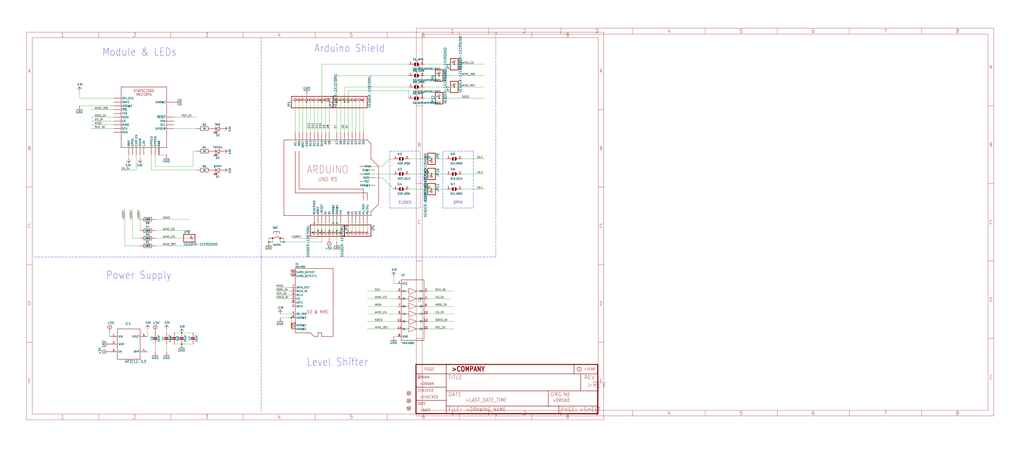
<source format=kicad_sch>
(kicad_sch (version 20211123) (generator eeschema)
  (paper "User" 687.07 301.701)
  (lib_symbols
    (symbol "eagleSchem-eagle-import:+5V" (power)
      (property "Value" "+5V" (at -1.905 3.175 0))
      (symbol "+5V_1_0"
        (pin power_in line (at 0 -2.54 90) (length 2.54) (name "+5V") (number "1"))
      )
    )
    (symbol "eagleSchem-eagle-import:3.3V" (power)
      (property "Value" "3.3V" (at -1.524 1.016 0))
      (symbol "3.3V_1_0"
        (pin power_in line (at 0 -2.54 90) (length 2.54) (name "3.3V") (number "1"))
      )
    )
    (symbol "eagleSchem-eagle-import:74HC4050D"
      (property "Reference" "U" (at -7.62 22.86 0))
      (property "Value" "74HC4050D" (at -7.62 -22.86 0))
      (symbol "74HC4050D_1_0"
        (pin bidirectional line (at -10.16 17.78 0) (length 2.54) (name "VCC") (number "1"))
        (pin bidirectional line (at 10.16 -2.54 180) (length 2.54) (name "4Y") (number "10"))
        (pin bidirectional line (at -10.16 -7.62 0) (length 2.54) (name "5A") (number "11"))
        (pin bidirectional line (at 10.16 -7.62 180) (length 2.54) (name "5Y") (number "12"))
        (pin bidirectional line (at -10.16 -12.7 0) (length 2.54) (name "6A") (number "14"))
        (pin bidirectional line (at 10.16 -12.7 180) (length 2.54) (name "6Y") (number "15"))
        (pin bidirectional line (at 10.16 12.7 180) (length 2.54) (name "1Y") (number "2"))
        (pin bidirectional line (at -10.16 12.7 0) (length 2.54) (name "1A") (number "3"))
        (pin bidirectional line (at 10.16 7.62 180) (length 2.54) (name "2Y") (number "4"))
        (pin bidirectional line (at -10.16 7.62 0) (length 2.54) (name "2A") (number "5"))
        (pin bidirectional line (at 10.16 2.54 180) (length 2.54) (name "3Y") (number "6"))
        (pin bidirectional line (at -10.16 2.54 0) (length 2.54) (name "3A") (number "7"))
        (pin bidirectional line (at -10.16 -17.78 0) (length 2.54) (name "GND") (number "8"))
        (pin bidirectional line (at -10.16 -2.54 0) (length 2.54) (name "4A") (number "9"))
      )
    )
    (symbol "eagleSchem-eagle-import:ARDUINO_R3_ICSP_NODIM"
      (symbol "ARDUINO_R3_ICSP_NODIM_1_0"
        (text "ARDUINO" (at 15.24 27.94 0) (effects (font (size 5.08 4.318)) (justify left bottom)))
        (text "UNO R3" (at 22.86 22.86 0) (effects (font (size 2.54 2.159)) (justify left bottom)))
        (pin power_in line (at 27.94 -5.08 90) (length 5.08) (name "3V") (number "3V"))
        (pin power_in line (at 30.48 -5.08 90) (length 5.08) (name "5V") (number "5V"))
        (pin passive line (at 60.96 30.48 180) (length 2.54) (name "5V@1") (number "5V_ICSP"))
        (pin bidirectional line (at 43.18 -5.08 90) (length 5.08) (name "A0") (number "A0"))
        (pin bidirectional line (at 45.72 -5.08 90) (length 5.08) (name "A1") (number "A1"))
        (pin bidirectional line (at 48.26 -5.08 90) (length 5.08) (name "A2") (number "A2"))
        (pin bidirectional line (at 50.8 -5.08 90) (length 5.08) (name "A3") (number "A3"))
        (pin bidirectional line (at 53.34 -5.08 90) (length 5.08) (name "A4/SDA") (number "A4"))
        (pin bidirectional line (at 55.88 -5.08 90) (length 5.08) (name "A5/SCL") (number "A5"))
        (pin bidirectional line (at 12.7 55.88 270) (length 5.08) (name "AREF") (number "AREF"))
        (pin bidirectional line (at 53.34 55.88 270) (length 5.08) (name "D0") (number "D0"))
        (pin bidirectional line (at 50.8 55.88 270) (length 5.08) (name "D1") (number "D1"))
        (pin bidirectional line (at 25.4 55.88 270) (length 5.08) (name "D10") (number "D10"))
        (pin bidirectional line (at 22.86 55.88 270) (length 5.08) (name "D11") (number "D11"))
        (pin bidirectional line (at 20.32 55.88 270) (length 5.08) (name "D12") (number "D12"))
        (pin bidirectional line (at 17.78 55.88 270) (length 5.08) (name "D13") (number "D13"))
        (pin bidirectional line (at 48.26 55.88 270) (length 5.08) (name "D2") (number "D2"))
        (pin bidirectional line (at 45.72 55.88 270) (length 5.08) (name "D3") (number "D3"))
        (pin bidirectional line (at 43.18 55.88 270) (length 5.08) (name "D4") (number "D4"))
        (pin bidirectional line (at 40.64 55.88 270) (length 5.08) (name "D5") (number "D5"))
        (pin bidirectional line (at 38.1 55.88 270) (length 5.08) (name "D6") (number "D6"))
        (pin bidirectional line (at 35.56 55.88 270) (length 5.08) (name "D7") (number "D7"))
        (pin bidirectional line (at 30.48 55.88 270) (length 5.08) (name "D8") (number "D8"))
        (pin bidirectional line (at 27.94 55.88 270) (length 5.08) (name "D9") (number "D9"))
        (pin power_in line (at 15.24 55.88 270) (length 5.08) (name "GND") (number "GND"))
        (pin power_in line (at 33.02 -5.08 90) (length 5.08) (name "GND@2") (number "GND@1"))
        (pin passive line (at 60.96 20.32 180) (length 2.54) (name "GND@3") (number "GND@2"))
        (pin power_in line (at 35.56 -5.08 90) (length 5.08) (name "GND@1") (number "GND@3"))
        (pin output line (at 22.86 -5.08 90) (length 5.08) (name "IOREF") (number "IOREF"))
        (pin passive line (at 50.8 33.02 0) (length 2.54) (name "MISO") (number "MISO"))
        (pin passive line (at 60.96 25.4 180) (length 2.54) (name "MOSI") (number "MOSI"))
        (pin no_connect line (at 20.32 -5.08 90) (length 5.08) (name "RESERVED") (number "RESERVED"))
        (pin bidirectional line (at 25.4 -5.08 90) (length 5.08) (name "/RESET") (number "RESET"))
        (pin passive line (at 50.8 22.86 0) (length 2.54) (name "RST") (number "RESET_ICSP"))
        (pin passive line (at 50.8 27.94 0) (length 2.54) (name "SCK") (number "SCK"))
        (pin bidirectional line (at 7.62 55.88 270) (length 5.08) (name "SCL") (number "SCL"))
        (pin bidirectional line (at 10.16 55.88 270) (length 5.08) (name "SDA") (number "SDA"))
        (pin power_in line (at 38.1 -5.08 90) (length 5.08) (name "VIN") (number "VIN"))
      )
    )
    (symbol "eagleSchem-eagle-import:ATWINC1500_MR210PA"
      (symbol "ATWINC1500_MR210PA_1_0"
        (text "ATWINC1500" (at 0 17.78 0) (effects (font (size 1.778 1.5113))))
        (text "MR210PA" (at 0 15.24 0) (effects (font (size 1.778 1.5113))))
        (pin bidirectional line (at 20.32 -7.62 180) (length 5.08) (name "GPIO18") (number "J1"))
        (pin input line (at -20.32 12.7 0) (length 5.08) (name "SPI_CFG") (number "J10"))
        (pin input line (at -20.32 10.16 0) (length 5.08) (name "WAKE") (number "J11"))
        (pin power_in line (at -20.32 7.62 0) (length 5.08) (name "GND@2") (number "J12"))
        (pin output line (at -20.32 5.08 0) (length 5.08) (name "~{IRQ}") (number "J13"))
        (pin output line (at -20.32 2.54 0) (length 5.08) (name "TXD") (number "J14"))
        (pin input line (at -20.32 0 0) (length 5.08) (name "MOSI") (number "J15"))
        (pin input line (at -20.32 -2.54 0) (length 5.08) (name "CS") (number "J16"))
        (pin output line (at -20.32 -5.08 0) (length 5.08) (name "MISO") (number "J17"))
        (pin input line (at -20.32 -7.62 0) (length 5.08) (name "SCK") (number "J18"))
        (pin input line (at -20.32 -10.16 0) (length 5.08) (name "RXD") (number "J19"))
        (pin bidirectional line (at 20.32 -5.08 180) (length 5.08) (name "SCL") (number "J2"))
        (pin power_in line (at -10.16 -25.4 90) (length 5.08) (name "VBAT") (number "J20"))
        (pin bidirectional line (at -7.62 -25.4 90) (length 5.08) (name "GPIO1") (number "J21"))
        (pin input line (at -5.08 -25.4 90) (length 5.08) (name "CHIP_EN") (number "J22"))
        (pin power_in line (at -2.54 -25.4 90) (length 5.08) (name "VDDIO") (number "J23"))
        (pin passive line (at 0 -25.4 90) (length 5.08) (name "1.3V") (number "J24"))
        (pin bidirectional line (at 5.08 -25.4 90) (length 5.08) (name "GPIO15") (number "J26"))
        (pin bidirectional line (at 7.62 -25.4 90) (length 5.08) (name "GPIO16") (number "J27"))
        (pin power_in line (at 10.16 -25.4 90) (length 5.08) (name "GND") (number "J28"))
        (pin bidirectional line (at 20.32 -2.54 180) (length 5.08) (name "SDA") (number "J3"))
        (pin input line (at 20.32 0 180) (length 5.08) (name "~{RESET}") (number "J4"))
        (pin bidirectional line (at 20.32 10.16 180) (length 5.08) (name "GND@1") (number "J9"))
        (pin power_in line (at 10.16 -25.4 90) (length 5.08) (name "GND") (number "MTGND"))
      )
    )
    (symbol "eagleSchem-eagle-import:CAP_CERAMIC0805-NOOUTLINE"
      (property "Reference" "C" (at -2.29 1.25 90))
      (property "Value" "CAP_CERAMIC0805-NOOUTLINE" (at 2.3 1.25 90))
      (symbol "CAP_CERAMIC0805-NOOUTLINE_1_0"
        (pin passive line (at 0 5.08 270) (length 2.54) (name "1") (number "1"))
        (pin passive line (at 0 -2.54 90) (length 2.54) (name "2") (number "2"))
      )
    )
    (symbol "eagleSchem-eagle-import:FIDUCIAL_1MM")
    (symbol "eagleSchem-eagle-import:FRAME_A3"
      (symbol "FRAME_A3_0_0"
        (text "1" (at 24.2094 1.905 0) (effects (font (size 2.54 2.286))))
        (text "1" (at 24.2094 258.445 0) (effects (font (size 2.54 2.286))))
        (text "2" (at 72.6281 1.905 0) (effects (font (size 2.54 2.286))))
        (text "2" (at 72.6281 258.445 0) (effects (font (size 2.54 2.286))))
        (text "3" (at 121.0469 1.905 0) (effects (font (size 2.54 2.286))))
        (text "3" (at 121.0469 258.445 0) (effects (font (size 2.54 2.286))))
        (text "4" (at 169.4656 1.905 0) (effects (font (size 2.54 2.286))))
        (text "4" (at 169.4656 258.445 0) (effects (font (size 2.54 2.286))))
        (text "5" (at 217.8844 1.905 0) (effects (font (size 2.54 2.286))))
        (text "5" (at 217.8844 258.445 0) (effects (font (size 2.54 2.286))))
        (text "6" (at 266.3031 1.905 0) (effects (font (size 2.54 2.286))))
        (text "6" (at 266.3031 258.445 0) (effects (font (size 2.54 2.286))))
        (text "7" (at 314.7219 1.905 0) (effects (font (size 2.54 2.286))))
        (text "7" (at 314.7219 258.445 0) (effects (font (size 2.54 2.286))))
        (text "8" (at 363.1406 1.905 0) (effects (font (size 2.54 2.286))))
        (text "8" (at 363.1406 258.445 0) (effects (font (size 2.54 2.286))))
        (text "A" (at 1.905 234.315 0) (effects (font (size 2.54 2.286))))
        (text "A" (at 385.445 234.315 0) (effects (font (size 2.54 2.286))))
        (text "B" (at 1.905 182.245 0) (effects (font (size 2.54 2.286))))
        (text "B" (at 385.445 182.245 0) (effects (font (size 2.54 2.286))))
        (text "C" (at 1.905 130.175 0) (effects (font (size 2.54 2.286))))
        (text "C" (at 385.445 130.175 0) (effects (font (size 2.54 2.286))))
        (text "D" (at 1.905 78.105 0) (effects (font (size 2.54 2.286))))
        (text "D" (at 385.445 78.105 0) (effects (font (size 2.54 2.286))))
        (text "E" (at 1.905 26.035 0) (effects (font (size 2.54 2.286))))
        (text "E" (at 385.445 26.035 0) (effects (font (size 2.54 2.286))))
      )
      (symbol "FRAME_A3_2_0"
        (text "PART OR WHOLE IS STRICTLY PROHIBITED WITHOUT WRITTEN PERMISSION!" (at 3.81 -5.08 0) (effects (font (size 1.27 1.0795)) (justify left bottom)))
        (text "PROPRIETARY" (at 3.81 -10.16 0) (effects (font (size 2.54 2.159) (thickness 0.4318) bold) (justify left bottom)))
        (text "THIS DRAWING CONTAINS CONFIDENTIAL INFORMATION. ANY REPRODUCTION IN" (at 3.81 -2.794 0) (effects (font (size 1.27 1.0795)) (justify left bottom)))
      )
      (symbol "FRAME_A3_3_0"
        (text ">CHECKED" (at 2.2352 11.7348 0) (effects (font (size 1.778 1.5113)) (justify left bottom)))
        (text ">COMPANY" (at 23.349 29.6735 0) (effects (font (size 3.175 2.6987) (thickness 0.5397) bold) (justify left bottom)))
        (text ">DATE" (at 2.2352 2.8448 0) (effects (font (size 1.778 1.5113)) (justify left bottom)))
        (text ">DRAWING_NAME" (at 33.0327 2.8448 0) (effects (font (size 2.54 2.159)) (justify left bottom)))
        (text ">DRAWN" (at 2.2352 20.6248 0) (effects (font (size 1.778 1.5113)) (justify left bottom)))
        (text ">DRGNO" (at 91.1352 9.1948 0) (effects (font (size 2.1844 1.8567)) (justify left bottom)))
        (text ">LAST_DATE_TIME" (at 32.7152 9.1948 0) (effects (font (size 2.54 2.159)) (justify left bottom)))
        (text ">REV" (at 113.9952 18.7198 0) (effects (font (size 3.81 3.2385)) (justify left bottom)))
        (text ">SHEET" (at 108.9152 2.8448 0) (effects (font (size 2.54 2.54)) (justify left bottom)))
        (text ">YEAR" (at 112.4077 30.4673 0) (effects (font (size 1.778 1.5113)) (justify left bottom)))
        (text "C" (at 108.7564 30.7848 0) (effects (font (size 1.27 1.0795)) (justify left bottom)))
        (text "CHECKED" (at 0.9652 16.1798 0) (effects (font (size 1.778 1.5113)) (justify left bottom)))
        (text "DATE" (at 0.9652 7.2898 0) (effects (font (size 1.778 1.5113)) (justify left bottom)))
        (text "DATE" (at 21.2852 13.0048 0) (effects (font (size 2.54 2.54)) (justify left bottom)))
        (text "DRAWN" (at 0.9652 25.0698 0) (effects (font (size 1.778 1.5113)) (justify left bottom)))
        (text "DRG" (at 89.8652 13.0048 0) (effects (font (size 2.54 2.54)) (justify left bottom)))
        (text "FILE:" (at 21.2852 2.8448 0) (effects (font (size 2.54 2.54)) (justify left bottom)))
        (text "ISSUE" (at 5.0927 30.4673 0) (effects (font (size 1.9304 1.6408)) (justify left bottom)))
        (text "N" (at 98.4377 13.0048 0) (effects (font (size 2.54 2.54)) (justify left bottom)))
        (text "o" (at 100.9777 13.9573 0) (effects (font (size 2.1844 1.8567)) (justify left bottom)))
        (text "PAGE:" (at 96.8502 2.8448 0) (effects (font (size 2.54 2.54)) (justify left bottom)))
        (text "REV" (at 112.4077 24.4348 0) (effects (font (size 2.54 2.54)) (justify left bottom)))
        (text "TITLE" (at 21.2852 24.4348 0) (effects (font (size 2.54 2.54)) (justify left bottom)))
      )
    )
    (symbol "eagleSchem-eagle-import:GND" (power)
      (property "Value" "GND" (at -2.54 -2.54 0))
      (symbol "GND_1_0"
        (pin power_in line (at 0 2.54 270) (length 2.54) (name "GND") (number "1"))
      )
    )
    (symbol "eagleSchem-eagle-import:HEADER-1X1070MIL"
      (property "Reference" "JP" (at -6.35 13.335 0))
      (property "Value" "HEADER-1X1070MIL" (at -6.35 -17.78 0))
      (symbol "HEADER-1X1070MIL_1_0"
        (pin passive inverted (at -2.54 10.16 0) (length 2.54) (name "1") (number "1"))
        (pin passive inverted (at -2.54 -12.7 0) (length 2.54) (name "10") (number "10"))
        (pin passive inverted (at -2.54 7.62 0) (length 2.54) (name "2") (number "2"))
        (pin passive inverted (at -2.54 5.08 0) (length 2.54) (name "3") (number "3"))
        (pin passive inverted (at -2.54 2.54 0) (length 2.54) (name "4") (number "4"))
        (pin passive inverted (at -2.54 0 0) (length 2.54) (name "5") (number "5"))
        (pin passive inverted (at -2.54 -2.54 0) (length 2.54) (name "6") (number "6"))
        (pin passive inverted (at -2.54 -5.08 0) (length 2.54) (name "7") (number "7"))
        (pin passive inverted (at -2.54 -7.62 0) (length 2.54) (name "8") (number "8"))
        (pin passive inverted (at -2.54 -10.16 0) (length 2.54) (name "9") (number "9"))
      )
    )
    (symbol "eagleSchem-eagle-import:HEADER-1X1ROUND"
      (property "Reference" "JP" (at -6.35 3.175 0))
      (property "Value" "HEADER-1X1ROUND" (at -6.35 -5.08 0))
      (symbol "HEADER-1X1ROUND_1_0"
        (pin passive inverted (at -2.54 0 0) (length 2.54) (name "1") (number "1"))
      )
    )
    (symbol "eagleSchem-eagle-import:HEADER-1X670MIL"
      (property "Reference" "JP" (at -6.35 10.795 0))
      (property "Value" "HEADER-1X670MIL" (at -6.35 -10.16 0))
      (symbol "HEADER-1X670MIL_1_0"
        (pin passive inverted (at -2.54 7.62 0) (length 2.54) (name "1") (number "1"))
        (pin passive inverted (at -2.54 5.08 0) (length 2.54) (name "2") (number "2"))
        (pin passive inverted (at -2.54 2.54 0) (length 2.54) (name "3") (number "3"))
        (pin passive inverted (at -2.54 0 0) (length 2.54) (name "4") (number "4"))
        (pin passive inverted (at -2.54 -2.54 0) (length 2.54) (name "5") (number "5"))
        (pin passive inverted (at -2.54 -5.08 0) (length 2.54) (name "6") (number "6"))
      )
    )
    (symbol "eagleSchem-eagle-import:HEADER-1X870MIL"
      (property "Reference" "JP" (at -6.35 13.335 0))
      (property "Value" "HEADER-1X870MIL" (at -6.35 -12.7 0))
      (symbol "HEADER-1X870MIL_1_0"
        (pin passive inverted (at -2.54 10.16 0) (length 2.54) (name "1") (number "1"))
        (pin passive inverted (at -2.54 7.62 0) (length 2.54) (name "2") (number "2"))
        (pin passive inverted (at -2.54 5.08 0) (length 2.54) (name "3") (number "3"))
        (pin passive inverted (at -2.54 2.54 0) (length 2.54) (name "4") (number "4"))
        (pin passive inverted (at -2.54 0 0) (length 2.54) (name "5") (number "5"))
        (pin passive inverted (at -2.54 -2.54 0) (length 2.54) (name "6") (number "6"))
        (pin passive inverted (at -2.54 -5.08 0) (length 2.54) (name "7") (number "7"))
        (pin passive inverted (at -2.54 -7.62 0) (length 2.54) (name "8") (number "8"))
      )
    )
    (symbol "eagleSchem-eagle-import:LED0805_NOOUTLINE"
      (property "Reference" "D" (at -1.27 4.445 0))
      (property "Value" "LED0805_NOOUTLINE" (at -1.27 -2.794 0))
      (symbol "LED0805_NOOUTLINE_1_0"
        (pin passive line (at -5.08 0 0) (length 2.54) (name "A") (number "A"))
        (pin passive line (at 2.54 0 180) (length 2.54) (name "C") (number "C"))
      )
    )
    (symbol "eagleSchem-eagle-import:LP298XS"
      (property "Reference" "IC" (at -12.7 -5.08 90))
      (property "Value" "LP298XS" (at 12.7 -5.08 90))
      (symbol "LP298XS_1_0"
        (pin bidirectional line (at -5.08 -15.24 90) (length 5.08) (name "VIN") (number "1"))
        (pin bidirectional line (at 0 -15.24 90) (length 5.08) (name "GND") (number "2"))
        (pin bidirectional line (at 5.08 -15.24 90) (length 5.08) (name "EN") (number "3"))
        (pin bidirectional line (at 5.08 10.16 270) (length 5.08) (name "BYP") (number "4"))
        (pin bidirectional line (at -5.08 10.16 270) (length 5.08) (name "VOUT") (number "5"))
      )
    )
    (symbol "eagleSchem-eagle-import:MICROSD"
      (property "Reference" "X" (at -12.7 22.606 0))
      (property "Value" "MICROSD" (at -12.7 20.828 0))
      (symbol "MICROSD_1_0"
        (text "SD & MMC" (at -5.08 -10.16 0) (effects (font (size 2.1844 1.8567)) (justify left bottom)))
        (pin bidirectional line (at -15.24 -5.08 0) (length 2.54) (name "DAT2") (number "1"))
        (pin input line (at -15.24 0 0) (length 2.54) (name "CS") (number "2"))
        (pin input line (at -15.24 5.08 0) (length 2.54) (name "DATA_IN") (number "3"))
        (pin power_in line (at -15.24 -10.16 0) (length 2.54) (name "SD_VDD") (number "4"))
        (pin input line (at -15.24 2.54 0) (length 2.54) (name "SCLK") (number "5"))
        (pin power_in line (at -15.24 -12.7 0) (length 2.54) (name "GND@3") (number "6"))
        (pin output line (at -15.24 7.62 0) (length 2.54) (name "DATA_OUT") (number "7"))
        (pin bidirectional line (at -15.24 -2.54 0) (length 2.54) (name "DAT1") (number "8"))
        (pin passive line (at -15.24 17.78 0) (length 2.54) (name "CARD_DETECT") (number "CD1"))
        (pin passive line (at -15.24 15.24 0) (length 2.54) (name "CARD_DETECT1") (number "CD2"))
        (pin power_in line (at -15.24 -20.32 0) (length 2.54) (name "GND@2") (number "MT1"))
        (pin power_in line (at -15.24 -17.78 0) (length 2.54) (name "GND@1") (number "MT2"))
      )
    )
    (symbol "eagleSchem-eagle-import:RESISTOR0805_NOOUTLINE"
      (property "Reference" "R" (at 0 2.54 0))
      (property "Value" "RESISTOR0805_NOOUTLINE" (at 0 0 0))
      (symbol "RESISTOR0805_NOOUTLINE_1_0"
        (pin passive line (at -5.08 0 0) (length 2.54) (name "1") (number "1"))
        (pin passive line (at 5.08 0 180) (length 2.54) (name "2") (number "2"))
      )
    )
    (symbol "eagleSchem-eagle-import:SOLDERJUMPERCLOSED"
      (property "Reference" "SJ" (at -2.54 2.54 0))
      (property "Value" "SOLDERJUMPERCLOSED" (at -2.54 -3.81 0))
      (symbol "SOLDERJUMPERCLOSED_1_0"
        (pin passive line (at -5.08 0 0) (length 2.54) (name "1") (number "1"))
        (pin passive line (at 5.08 0 180) (length 2.54) (name "2") (number "2"))
      )
    )
    (symbol "eagleSchem-eagle-import:SOLDERJUMPERREFLOW_NOPASTE"
      (property "Reference" "SJ" (at -2.54 2.54 0))
      (property "Value" "SOLDERJUMPERREFLOW_NOPASTE" (at -2.54 -3.81 0))
      (symbol "SOLDERJUMPERREFLOW_NOPASTE_1_0"
        (pin passive line (at -5.08 0 0) (length 2.54) (name "1") (number "1"))
        (pin passive line (at 5.08 0 180) (length 2.54) (name "2") (number "2"))
      )
    )
    (symbol "eagleSchem-eagle-import:SWITCH_TACT_SMT_EVQQ2_SMALL"
      (property "Reference" "SW" (at -2.54 6.35 0))
      (property "Value" "SWITCH_TACT_SMT_EVQQ2_SMALL" (at -2.54 -5.08 0))
      (symbol "SWITCH_TACT_SMT_EVQQ2_SMALL_1_0"
        (pin passive line (at -5.08 0 0) (length 2.54) (name "P") (number "A"))
        (pin passive line (at -5.08 -2.54 0) (length 2.54) (name "P1") (number "A'"))
        (pin passive line (at 5.08 0 180) (length 2.54) (name "S") (number "B"))
        (pin passive line (at 5.08 -2.54 180) (length 2.54) (name "S1") (number "B'"))
      )
    )
  )
  (junction (at 226.06 154.94))
  (junction (at 180.34 162.56))
  (junction (at 195.58 218.44))
  (junction (at 121.92 223.52))
  (junction (at 231.14 68.58))
  (junction (at 220.98 154.94))
  (junction (at 304.8 43.18))
  (junction (at 294.64 66.04))
  (junction (at 304.8 58.42))
  (junction (at 195.58 213.36))
  (junction (at 233.68 68.58))
  (junction (at 289.56 127))
  (junction (at 215.9 68.58))
  (junction (at 215.9 154.94))
  (junction (at 289.56 106.68))
  (junction (at 226.06 149.86))
  (junction (at 223.52 149.86))
  (junction (at 213.36 154.94))
  (junction (at 289.56 116.84))
  (junction (at 190.5 162.56))
  (junction (at 205.74 68.58))
  (junction (at 294.64 50.8))
  (junction (at 121.92 231.14))
  (junction (at 226.06 68.58))
  (wire (pts (xy 185.42 195.58) (xy 195.58 195.58)))
  (wire (pts (xy 287.02 200.66) (xy 302.26 200.66)))
  (wire (pts (xy 187.96 213.36) (xy 195.58 213.36)))
  (wire (pts (xy 91.44 104.14) (xy 91.44 114.3)))
  (polyline (pts (xy 281.94 101.6) (xy 281.94 139.7)))
  (wire (pts (xy 274.32 116.84) (xy 289.56 116.84)))
  (wire (pts (xy 93.98 165.1) (xy 83.82 165.1)))
  (polyline (pts (xy 297.18 101.6) (xy 297.18 139.7)))
  (polyline (pts (xy 297.18 139.7) (xy 317.5 139.7)))
  (wire (pts (xy 121.92 231.14) (xy 116.84 231.14)))
  (wire (pts (xy 304.8 58.42) (xy 284.48 58.42)))
  (polyline (pts (xy 332.74 172.72) (xy 332.74 25.4)))
  (polyline (pts (xy 317.5 101.6) (xy 297.18 101.6)))
  (wire (pts (xy 93.98 160.02) (xy 88.9 160.02)))
  (wire (pts (xy 241.3 116.84) (xy 264.16 116.84)))
  (wire (pts (xy 274.32 127) (xy 289.56 127)))
  (wire (pts (xy 274.32 106.68) (xy 289.56 106.68)))
  (wire (pts (xy 274.32 43.18) (xy 215.9 43.18)))
  (wire (pts (xy 53.34 60.96) (xy 53.34 66.04)))
  (wire (pts (xy 304.8 210.82) (xy 287.02 210.82)))
  (wire (pts (xy 203.2 68.58) (xy 203.2 88.9)))
  (wire (pts (xy 274.32 50.8) (xy 226.06 50.8)))
  (wire (pts (xy 236.22 68.58) (xy 236.22 88.9)))
  (wire (pts (xy 195.58 193.04) (xy 185.42 193.04)))
  (wire (pts (xy 226.06 50.8) (xy 226.06 68.58)))
  (polyline (pts (xy 261.62 139.7) (xy 261.62 101.6)))
  (wire (pts (xy 233.68 88.9) (xy 233.68 68.58)))
  (wire (pts (xy 238.76 154.94) (xy 238.76 149.86)))
  (wire (pts (xy 223.52 154.94) (xy 223.52 149.86)))
  (wire (pts (xy 223.52 149.86) (xy 226.06 149.86)))
  (wire (pts (xy 190.5 162.56) (xy 190.5 160.02)))
  (wire (pts (xy 86.36 106.68) (xy 86.36 104.14)))
  (wire (pts (xy 213.36 154.94) (xy 213.36 149.86)))
  (wire (pts (xy 274.32 60.96) (xy 274.32 66.04)))
  (wire (pts (xy 304.8 43.18) (xy 284.48 43.18)))
  (wire (pts (xy 289.56 116.84) (xy 299.72 116.84)))
  (wire (pts (xy 93.98 142.24) (xy 93.98 154.94)))
  (wire (pts (xy 88.9 160.02) (xy 88.9 139.7)))
  (wire (pts (xy 226.06 154.94) (xy 226.06 149.86)))
  (wire (pts (xy 294.64 66.04) (xy 325.12 66.04)))
  (wire (pts (xy 304.8 43.18) (xy 325.12 43.18)))
  (wire (pts (xy 294.64 50.8) (xy 325.12 50.8)))
  (polyline (pts (xy 281.94 139.7) (xy 261.62 139.7)))
  (wire (pts (xy 266.7 200.66) (xy 246.38 200.66)))
  (wire (pts (xy 215.9 162.56) (xy 215.9 154.94)))
  (wire (pts (xy 93.98 104.14) (xy 93.98 106.68)))
  (polyline (pts (xy 175.26 172.72) (xy 332.74 172.72)))
  (wire (pts (xy 236.22 154.94) (xy 236.22 149.86)))
  (wire (pts (xy 309.88 106.68) (xy 325.12 106.68)))
  (wire (pts (xy 304.8 205.74) (xy 287.02 205.74)))
  (wire (pts (xy 309.88 116.84) (xy 325.12 116.84)))
  (wire (pts (xy 220.98 160.02) (xy 220.98 154.94)))
  (wire (pts (xy 289.56 127) (xy 299.72 127)))
  (polyline (pts (xy 261.62 101.6) (xy 281.94 101.6)))
  (polyline (pts (xy 317.5 139.7) (xy 317.5 101.6)))
  (wire (pts (xy 238.76 68.58) (xy 238.76 88.9)))
  (wire (pts (xy 243.84 68.58) (xy 243.84 88.9)))
  (wire (pts (xy 233.68 68.58) (xy 233.68 60.96)))
  (wire (pts (xy 76.2 66.04) (xy 53.34 66.04)))
  (wire (pts (xy 256.54 119.38) (xy 264.16 127)))
  (wire (pts (xy 213.36 88.9) (xy 213.36 68.58)))
  (wire (pts (xy 91.44 114.3) (xy 81.28 114.3)))
  (wire (pts (xy 208.28 88.9) (xy 208.28 68.58)))
  (wire (pts (xy 60.96 78.74) (xy 76.2 78.74)))
  (wire (pts (xy 256.54 111.76) (xy 261.62 106.68)))
  (wire (pts (xy 190.5 162.56) (xy 215.9 162.56)))
  (wire (pts (xy 127 160.02) (xy 104.14 160.02)))
  (wire (pts (xy 287.02 220.98) (xy 304.8 220.98)))
  (wire (pts (xy 251.46 119.38) (xy 256.54 119.38)))
  (wire (pts (xy 228.6 68.58) (xy 228.6 88.9)))
  (wire (pts (xy 215.9 68.58) (xy 215.9 43.18)))
  (wire (pts (xy 60.96 86.36) (xy 76.2 86.36)))
  (wire (pts (xy 266.7 215.9) (xy 246.38 215.9)))
  (wire (pts (xy 309.88 127) (xy 325.12 127)))
  (wire (pts (xy 210.82 154.94) (xy 210.82 149.86)))
  (wire (pts (xy 213.36 160.02) (xy 195.58 160.02)))
  (wire (pts (xy 132.08 101.6) (xy 129.54 101.6)))
  (wire (pts (xy 261.62 106.68) (xy 264.16 106.68)))
  (wire (pts (xy 60.96 73.66) (xy 76.2 73.66)))
  (wire (pts (xy 304.8 58.42) (xy 325.12 58.42)))
  (wire (pts (xy 266.7 210.82) (xy 246.38 210.82)))
  (wire (pts (xy 127 165.1) (xy 104.14 165.1)))
  (wire (pts (xy 180.34 160.02) (xy 180.34 162.56)))
  (wire (pts (xy 53.34 71.12) (xy 76.2 71.12)))
  (polyline (pts (xy 175.26 172.72) (xy 175.26 25.4)))
  (wire (pts (xy 104.14 147.32) (xy 127 147.32)))
  (wire (pts (xy 284.48 66.04) (xy 294.64 66.04)))
  (wire (pts (xy 195.58 220.98) (xy 195.58 218.44)))
  (wire (pts (xy 73.66 223.52) (xy 73.66 226.06)))
  (wire (pts (xy 266.7 220.98) (xy 246.38 220.98)))
  (wire (pts (xy 228.6 154.94) (xy 228.6 149.86)))
  (wire (pts (xy 241.3 154.94) (xy 241.3 149.86)))
  (wire (pts (xy 104.14 111.76) (xy 129.54 111.76)))
  (wire (pts (xy 111.76 220.98) (xy 111.76 223.52)))
  (wire (pts (xy 220.98 88.9) (xy 220.98 68.58)))
  (wire (pts (xy 104.14 231.14) (xy 104.14 236.22)))
  (wire (pts (xy 243.84 154.94) (xy 243.84 149.86)))
  (polyline (pts (xy 22.86 172.72) (xy 175.26 172.72)))
  (wire (pts (xy 99.06 220.98) (xy 99.06 226.06)))
  (wire (pts (xy 101.6 104.14) (xy 101.6 114.3)))
  (wire (pts (xy 215.9 154.94) (xy 215.9 149.86)))
  (wire (pts (xy 132.08 78.74) (xy 116.84 78.74)))
  (wire (pts (xy 205.74 63.5) (xy 205.74 68.58)))
  (wire (pts (xy 266.7 190.5) (xy 264.16 190.5)))
  (wire (pts (xy 226.06 162.56) (xy 226.06 154.94)))
  (wire (pts (xy 231.14 58.42) (xy 231.14 68.58)))
  (wire (pts (xy 226.06 88.9) (xy 226.06 68.58)))
  (wire (pts (xy 233.68 60.96) (xy 274.32 60.96)))
  (wire (pts (xy 106.68 104.14) (xy 111.76 104.14)))
  (wire (pts (xy 76.2 81.28) (xy 60.96 81.28)))
  (wire (pts (xy 185.42 200.66) (xy 195.58 200.66)))
  (wire (pts (xy 215.9 68.58) (xy 215.9 88.9)))
  (wire (pts (xy 111.76 231.14) (xy 111.76 236.22)))
  (wire (pts (xy 187.96 210.82) (xy 195.58 210.82)))
  (wire (pts (xy 129.54 223.52) (xy 121.92 223.52)))
  (wire (pts (xy 195.58 218.44) (xy 195.58 213.36)))
  (wire (pts (xy 274.32 58.42) (xy 231.14 58.42)))
  (wire (pts (xy 218.44 68.58) (xy 218.44 88.9)))
  (wire (pts (xy 287.02 215.9) (xy 304.8 215.9)))
  (wire (pts (xy 195.58 198.12) (xy 185.42 198.12)))
  (wire (pts (xy 83.82 165.1) (xy 83.82 139.7)))
  (wire (pts (xy 246.38 205.74) (xy 266.7 205.74)))
  (wire (pts (xy 76.2 83.82) (xy 60.96 83.82)))
  (wire (pts (xy 220.98 154.94) (xy 220.98 149.86)))
  (wire (pts (xy 116.84 86.36) (xy 132.08 86.36)))
  (wire (pts (xy 266.7 226.06) (xy 264.16 226.06)))
  (wire (pts (xy 233.68 154.94) (xy 233.68 149.86)))
  (wire (pts (xy 104.14 104.14) (xy 104.14 111.76)))
  (wire (pts (xy 101.6 114.3) (xy 132.08 114.3)))
  (wire (pts (xy 246.38 154.94) (xy 246.38 149.86)))
  (wire (pts (xy 241.3 68.58) (xy 241.3 88.9)))
  (wire (pts (xy 241.3 111.76) (xy 256.54 111.76)))
  (polyline (pts (xy 175.26 276.86) (xy 175.26 172.72)))
  (wire (pts (xy 198.12 68.58) (xy 198.12 88.9)))
  (wire (pts (xy 218.44 154.94) (xy 218.44 149.86)))
  (wire (pts (xy 121.92 223.52) (xy 116.84 223.52)))
  (wire (pts (xy 104.14 154.94) (xy 127 154.94)))
  (wire (pts (xy 287.02 195.58) (xy 304.8 195.58)))
  (wire (pts (xy 294.64 50.8) (xy 284.48 50.8)))
  (wire (pts (xy 289.56 106.68) (xy 299.72 106.68)))
  (wire (pts (xy 129.54 111.76) (xy 129.54 101.6)))
  (wire (pts (xy 129.54 231.14) (xy 121.92 231.14)))
  (wire (pts (xy 205.74 68.58) (xy 205.74 88.9)))
  (wire (pts (xy 231.14 68.58) (xy 231.14 88.9)))
  (wire (pts (xy 200.66 68.58) (xy 200.66 88.9)))
  (wire (pts (xy 266.7 195.58) (xy 246.38 195.58)))
  (wire (pts (xy 213.36 154.94) (xy 213.36 160.02)))
  (wire (pts (xy 210.82 68.58) (xy 210.82 88.9)))
  (wire (pts (xy 264.16 190.5) (xy 264.16 185.42)))
  (text "Level Shifter" (at 205.74 246.38 180) (effects (font (size 5.08 4.318)) (justify left bottom)))
  (text "OPEN" (at 307.34 137.16 180) (effects (font (size 1.778 1.5113)) (justify bottom)))
  (text "Arduino Shield" (at 210.82 35.56 180) (effects (font (size 5.08 4.318)) (justify left bottom)))
  (text "CLOSED" (at 271.78 137.16 180) (effects (font (size 1.778 1.5113)) (justify bottom)))
  (text "Power Supply" (at 71.12 187.96 180) (effects (font (size 5.08 4.318)) (justify left bottom)))
  (text "Module & LEDs" (at 68.58 38.1 180) (effects (font (size 5.08 4.318)) (justify left bottom)))
  (label "SCK_3V" (at 185.42 198.12 0) (effects (font (size 1.2446 1.2446))))
  (label "D13" (at 320.04 116.84 0) (effects (font (size 1.2446 1.2446))))
  (label "MISO" (at 63.5 83.82 0) (effects (font (size 1.2446 1.2446))))
  (label "D13" (at 208.28 86.36 90) (effects (font (size 1.2446 1.2446))))
  (label "D11" (at 213.36 86.36 90) (effects (font (size 1.2446 1.2446))))
  (label "SDCS_3V" (at 292.1 215.9 0) (effects (font (size 1.2446 1.2446))))
  (label "MISO" (at 185.42 193.04 0) (effects (font (size 1.2446 1.2446))))
  (label "EN_3V" (at 292.1 210.82 0) (effects (font (size 1.2446 1.2446))))
  (label "RST_3V" (at 121.92 78.74 0) (effects (font (size 1.2446 1.2446))))
  (label "MOSI" (at 284.48 127 0) (effects (font (size 1.2446 1.2446))))
  (label "SCK_3V" (at 292.1 195.58 0) (effects (font (size 1.2446 1.2446))))
  (label "WINC_IRQ" (at 309.88 50.8 0) (effects (font (size 1.2446 1.2446))))
  (label "CS_3V" (at 292.1 200.66 0) (effects (font (size 1.2446 1.2446))))
  (label "VIOREF" (at 195.58 160.02 0) (effects (font (size 1.2446 1.2446))))
  (label "WINC_CS" (at 309.88 43.18 0) (effects (font (size 1.2446 1.2446))))
  (label "SCK" (at 284.48 116.84 0) (effects (font (size 1.2446 1.2446))))
  (label "D5" (at 231.14 86.36 90) (effects (font (size 1.2446 1.2446))))
  (label "D12" (at 210.82 86.36 90) (effects (font (size 1.2446 1.2446))))
  (label "WINC_EN" (at 251.46 210.82 0) (effects (font (size 1.2446 1.2446))))
  (label "SCK_3V" (at 63.5 86.36 0) (effects (font (size 1.2446 1.2446))))
  (label "SDCS" (at 109.22 147.32 0) (effects (font (size 1.2446 1.2446))))
  (label "D10" (at 215.9 86.36 90) (effects (font (size 1.2446 1.2446))))
  (label "EN_3V" (at 81.28 114.3 0) (effects (font (size 1.2446 1.2446))))
  (label "WINC_IRQ" (at 63.5 73.66 0) (effects (font (size 1.2446 1.2446))))
  (label "D8" (at 220.98 86.36 90) (effects (font (size 1.2446 1.2446))))
  (label "RST_3V" (at 292.1 220.98 0) (effects (font (size 1.2446 1.2446))))
  (label "VIOREF" (at 88.9 147.32 90) (effects (font (size 1.2446 1.2446))))
  (label "SDCS_3V" (at 185.42 200.66 0) (effects (font (size 1.2446 1.2446))))
  (label "MOSI_3V" (at 292.1 205.74 0) (effects (font (size 1.2446 1.2446))))
  (label "MOSI" (at 251.46 205.74 0) (effects (font (size 1.2446 1.2446))))
  (label "CS_3V" (at 63.5 81.28 0) (effects (font (size 1.2446 1.2446))))
  (label "D9" (at 218.44 86.36 90) (effects (font (size 1.2446 1.2446))))
  (label "D11" (at 320.04 127 0) (effects (font (size 1.2446 1.2446))))
  (label "WINC_CS" (at 109.22 154.94 0) (effects (font (size 1.2446 1.2446))))
  (label "WINC_EN" (at 109.22 160.02 0) (effects (font (size 1.2446 1.2446))))
  (label "VIOREF" (at 93.98 147.32 90) (effects (font (size 1.2446 1.2446))))
  (label "WINC_RST" (at 109.22 165.1 0) (effects (font (size 1.2446 1.2446))))
  (label "SCK" (at 251.46 195.58 0) (effects (font (size 1.2446 1.2446))))
  (label "D4" (at 233.68 86.36 90) (effects (font (size 1.2446 1.2446))))
  (label "MISO" (at 284.48 106.68 0) (effects (font (size 1.2446 1.2446))))
  (label "SDCS" (at 309.88 66.04 0) (effects (font (size 1.2446 1.2446))))
  (label "SDCS" (at 251.46 215.9 0) (effects (font (size 1.2446 1.2446))))
  (label "WINC_CS" (at 251.46 200.66 0) (effects (font (size 1.2446 1.2446))))
  (label "MOSI_3V" (at 63.5 78.74 0) (effects (font (size 1.2446 1.2446))))
  (label "VIOREF" (at 83.82 147.32 90) (effects (font (size 1.2446 1.2446))))
  (label "D12" (at 320.04 106.68 0) (effects (font (size 1.2446 1.2446))))
  (label "WINC_RST" (at 309.88 58.42 0) (effects (font (size 1.2446 1.2446))))
  (label "D7" (at 226.06 86.36 90) (effects (font (size 1.2446 1.2446))))
  (label "WINC_RST" (at 251.46 220.98 0) (effects (font (size 1.2446 1.2446))))
  (label "MOSI_3V" (at 185.42 195.58 0) (effects (font (size 1.2446 1.2446))))
  (symbol (lib_id "eagleSchem-eagle-import:3.3V") (at 53.34 58.42 0) (unit 1)
    (property "Reference" "#U$4" (effects hide))
    (property "Value" "3.3V" (at 51.816 57.404 0) (effects (font (size 1.27 1.0795)) (justify left bottom)))
    (property "Footprint" "eagleSchem:" (effects hide))
  )
  (symbol (lib_id "eagleSchem-eagle-import:HEADER-1X1070MIL") (at 208.28 66.04 90) (unit 1)
    (property "Reference" "JP5" (at 194.945 72.39 0) (effects (font (size 1.778 1.5113)) (justify left bottom)))
    (property "Value" "HEADER-1X1070MIL" (at 226.06 72.39 0) (effects (font (size 1.778 1.5113)) (justify left bottom)))
    (property "Footprint" "eagleSchem:1X10_ROUND70" (effects hide))
  )
  (symbol (lib_id "eagleSchem-eagle-import:SOLDERJUMPERCLOSED") (at 279.4 43.18 0) (unit 1)
    (property "Reference" "CS_JMP0" (at 276.86 40.64 0) (effects (font (size 1.27 1.0795)) (justify left bottom)))
    (property "Value" "SOLDERJUMPERCLOSED" (at 276.86 46.99 0) (effects (font (size 1.27 1.0795)) (justify left bottom)))
    (property "Footprint" "eagleSchem:SOLDERJUMPER_CLOSEDWIRE" (effects hide))
  )
  (symbol (lib_id "eagleSchem-eagle-import:SOLDERJUMPERREFLOW_NOPASTE") (at 304.8 116.84 0) (unit 1)
    (property "Reference" "SJ6" (at 302.26 114.3 0) (effects (font (size 1.27 1.0795)) (justify left bottom)))
    (property "Value" "D13_SCLK" (at 302.26 120.65 0) (effects (font (size 1.27 1.0795)) (justify left bottom)))
    (property "Footprint" "eagleSchem:SOLDERJUMPER_REFLOW_NOPASTE" (effects hide))
  )
  (symbol (lib_id "eagleSchem-eagle-import:LP298XS") (at 88.9 231.14 270) (unit 1)
    (property "Reference" "IC4" (at 83.82 218.44 90) (effects (font (size 1.778 1.5113)) (justify left bottom)))
    (property "Value" "AP2112-3.3" (at 83.82 243.84 90) (effects (font (size 1.778 1.5113)) (justify left bottom)))
    (property "Footprint" "eagleSchem:SOT23-5L" (effects hide))
  )
  (symbol (lib_id "eagleSchem-eagle-import:HEADER-1X1ROUND") (at 294.64 63.5 90) (unit 1)
    (property "Reference" "JP12" (at 291.465 69.85 0) (effects (font (size 1.778 1.5113)) (justify left bottom)))
    (property "Value" "HEADER-1X1ROUND" (at 299.72 69.85 0) (effects (font (size 1.778 1.5113)) (justify left bottom)))
    (property "Footprint" "eagleSchem:1X01_ROUND" (effects hide))
  )
  (symbol (lib_id "eagleSchem-eagle-import:3.3V") (at 121.92 220.98 0) (unit 1)
    (property "Reference" "#U$17" (effects hide))
    (property "Value" "3.3V" (at 120.396 219.964 0) (effects (font (size 1.27 1.0795)) (justify left bottom)))
    (property "Footprint" "eagleSchem:" (effects hide))
  )
  (symbol (lib_id "eagleSchem-eagle-import:ATWINC1500_MR210PA") (at 96.52 78.74 0) (unit 1)
    (property "Reference" "U$1" (effects hide))
    (property "Value" "ATWINC1500_MR210PB" (effects hide))
    (property "Footprint" "eagleSchem:ATWINC1500_MR210PA" (effects hide))
  )
  (symbol (lib_id "eagleSchem-eagle-import:GND") (at 205.74 60.96 180) (unit 1)
    (property "Reference" "#U$20" (effects hide))
    (property "Value" "GND" (at 208.28 58.42 0) (effects (font (size 1.778 1.5113)) (justify left bottom)))
    (property "Footprint" "eagleSchem:" (effects hide))
  )
  (symbol (lib_id "eagleSchem-eagle-import:GND") (at 264.16 228.6 0) (unit 1)
    (property "Reference" "#GND5" (effects hide))
    (property "Value" "GND" (at 261.62 231.14 0) (effects (font (size 1.778 1.5113)) (justify left bottom)))
    (property "Footprint" "eagleSchem:" (effects hide))
  )
  (symbol (lib_id "eagleSchem-eagle-import:3.3V") (at 99.06 218.44 0) (unit 1)
    (property "Reference" "#U$15" (effects hide))
    (property "Value" "3.3V" (at 97.536 217.424 0) (effects (font (size 1.27 1.0795)) (justify left bottom)))
    (property "Footprint" "eagleSchem:" (effects hide))
  )
  (symbol (lib_id "eagleSchem-eagle-import:FIDUCIAL_1MM") (at 274.32 269.24 0) (unit 1)
    (property "Reference" "FID1" (effects hide))
    (property "Value" "FIDUCIAL_1MM" (effects hide))
    (property "Footprint" "eagleSchem:FIDUCIAL_1MM" (effects hide))
  )
  (symbol (lib_id "eagleSchem-eagle-import:GND") (at 71.12 231.14 270) (unit 1)
    (property "Reference" "#U$11" (effects hide))
    (property "Value" "GND" (at 68.58 228.6 0) (effects (font (size 1.778 1.5113)) (justify left bottom)))
    (property "Footprint" "eagleSchem:" (effects hide))
  )
  (symbol (lib_id "eagleSchem-eagle-import:+5V") (at 73.66 220.98 0) (unit 1)
    (property "Reference" "#SUPPLY2" (effects hide))
    (property "Value" "+5V" (at 71.755 217.805 0) (effects (font (size 1.778 1.5113)) (justify left bottom)))
    (property "Footprint" "eagleSchem:" (effects hide))
  )
  (symbol (lib_id "eagleSchem-eagle-import:HEADER-1X1ROUND") (at 289.56 129.54 270) (unit 1)
    (property "Reference" "JP11" (at 292.735 123.19 0) (effects (font (size 1.778 1.5113)) (justify left bottom)))
    (property "Value" "HEADER-1X1ROUND" (at 284.48 123.19 0) (effects (font (size 1.778 1.5113)) (justify left bottom)))
    (property "Footprint" "eagleSchem:1X01_ROUND" (effects hide))
  )
  (symbol (lib_id "eagleSchem-eagle-import:SOLDERJUMPERCLOSED") (at 269.24 116.84 0) (unit 1)
    (property "Reference" "SJ3" (at 266.7 114.3 0) (effects (font (size 1.27 1.0795)) (justify left bottom)))
    (property "Value" "ISCP_SCLK" (at 266.7 120.65 0) (effects (font (size 1.27 1.0795)) (justify left bottom)))
    (property "Footprint" "eagleSchem:SOLDERJUMPER_CLOSEDWIRE" (effects hide))
  )
  (symbol (lib_id "eagleSchem-eagle-import:HEADER-1X1ROUND") (at 304.8 55.88 90) (unit 1)
    (property "Reference" "JP7" (at 301.625 62.23 0) (effects (font (size 1.778 1.5113)) (justify left bottom)))
    (property "Value" "HEADER-1X1ROUND" (at 309.88 62.23 0) (effects (font (size 1.778 1.5113)) (justify left bottom)))
    (property "Footprint" "eagleSchem:1X01_ROUND" (effects hide))
  )
  (symbol (lib_id "eagleSchem-eagle-import:3.3V") (at 152.4 101.6 270) (unit 1)
    (property "Reference" "#U$8" (effects hide))
    (property "Value" "3.3V" (at 153.416 100.076 0) (effects (font (size 1.27 1.0795)) (justify left bottom)))
    (property "Footprint" "eagleSchem:" (effects hide))
  )
  (symbol (lib_id "eagleSchem-eagle-import:SOLDERJUMPERCLOSED") (at 279.4 66.04 0) (unit 1)
    (property "Reference" "SD_JMP0" (at 276.86 63.5 0) (effects (font (size 1.27 1.0795)) (justify left bottom)))
    (property "Value" "SOLDERJUMPERCLOSED" (at 276.86 69.85 0) (effects (font (size 1.27 1.0795)) (justify left bottom)))
    (property "Footprint" "eagleSchem:SOLDERJUMPER_CLOSEDWIRE" (effects hide))
  )
  (symbol (lib_id "eagleSchem-eagle-import:HEADER-1X870MIL") (at 236.22 66.04 90) (unit 1)
    (property "Reference" "JP2" (at 222.885 72.39 0) (effects (font (size 1.778 1.5113)) (justify left bottom)))
    (property "Value" "HEADER-1X870MIL" (at 248.92 72.39 0) (effects (font (size 1.778 1.5113)) (justify left bottom)))
    (property "Footprint" "eagleSchem:1X08_ROUND_70" (effects hide))
  )
  (symbol (lib_id "eagleSchem-eagle-import:GND") (at 187.96 215.9 0) (unit 1)
    (property "Reference" "#GND3" (effects hide))
    (property "Value" "GND" (at 185.42 218.44 0) (effects (font (size 1.778 1.5113)) (justify left bottom)))
    (property "Footprint" "eagleSchem:" (effects hide))
  )
  (symbol (lib_id "eagleSchem-eagle-import:CAP_CERAMIC0805-NOOUTLINE") (at 116.84 228.6 0) (unit 1)
    (property "Reference" "C5" (at 114.55 227.35 90))
    (property "Value" "1uF" (at 119.14 227.35 90))
    (property "Footprint" "eagleSchem:0805-NO" (effects hide))
  )
  (symbol (lib_id "eagleSchem-eagle-import:3.3V") (at 187.96 208.28 0) (unit 1)
    (property "Reference" "#U$3" (effects hide))
    (property "Value" "3.3V" (at 186.436 207.264 0) (effects (font (size 1.27 1.0795)) (justify left bottom)))
    (property "Footprint" "eagleSchem:" (effects hide))
  )
  (symbol (lib_id "eagleSchem-eagle-import:FIDUCIAL_1MM") (at 274.32 264.16 0) (unit 1)
    (property "Reference" "FID2" (effects hide))
    (property "Value" "FIDUCIAL_1MM" (effects hide))
    (property "Footprint" "eagleSchem:FIDUCIAL_1MM" (effects hide))
  )
  (symbol (lib_id "eagleSchem-eagle-import:HEADER-1X1ROUND") (at 304.8 40.64 90) (unit 1)
    (property "Reference" "JP1" (at 301.625 46.99 0) (effects (font (size 1.778 1.5113)) (justify left bottom)))
    (property "Value" "HEADER-1X1ROUND" (at 309.88 46.99 0) (effects (font (size 1.778 1.5113)) (justify left bottom)))
    (property "Footprint" "eagleSchem:1X01_ROUND" (effects hide))
  )
  (symbol (lib_id "eagleSchem-eagle-import:GND") (at 104.14 238.76 0) (unit 1)
    (property "Reference" "#U$19" (effects hide))
    (property "Value" "GND" (at 101.6 241.3 0) (effects (font (size 1.778 1.5113)) (justify left bottom)))
    (property "Footprint" "eagleSchem:" (effects hide))
  )
  (symbol (lib_id "eagleSchem-eagle-import:HEADER-1X1ROUND") (at 129.54 160.02 0) (unit 1)
    (property "Reference" "JP8" (at 123.19 156.845 0) (effects (font (size 1.778 1.5113)) (justify left bottom)))
    (property "Value" "HEADER-1X1ROUND" (at 123.19 165.1 0) (effects (font (size 1.778 1.5113)) (justify left bottom)))
    (property "Footprint" "eagleSchem:1X01_ROUND" (effects hide))
  )
  (symbol (lib_id "eagleSchem-eagle-import:SOLDERJUMPERCLOSED") (at 269.24 127 0) (unit 1)
    (property "Reference" "SJ4" (at 266.7 124.46 0) (effects (font (size 1.27 1.0795)) (justify left bottom)))
    (property "Value" "ICSP_MOSI" (at 266.7 130.81 0) (effects (font (size 1.27 1.0795)) (justify left bottom)))
    (property "Footprint" "eagleSchem:SOLDERJUMPER_CLOSEDWIRE" (effects hide))
  )
  (symbol (lib_id "eagleSchem-eagle-import:RESISTOR0805_NOOUTLINE") (at 99.06 154.94 0) (unit 1)
    (property "Reference" "R7" (at 99.06 152.4 0))
    (property "Value" "100K" (at 99.06 154.94 0) (effects (font (size 1.016 1.016) bold)))
    (property "Footprint" "eagleSchem:0805-NO" (effects hide))
  )
  (symbol (lib_id "eagleSchem-eagle-import:RESISTOR0805_NOOUTLINE") (at 99.06 165.1 0) (unit 1)
    (property "Reference" "R1" (at 99.06 162.56 0))
    (property "Value" "100K" (at 99.06 165.1 0) (effects (font (size 1.016 1.016) bold)))
    (property "Footprint" "eagleSchem:0805-NO" (effects hide))
  )
  (symbol (lib_id "eagleSchem-eagle-import:HEADER-1X870MIL") (at 218.44 157.48 270) (unit 1)
    (property "Reference" "JP3" (at 231.775 151.13 0) (effects (font (size 1.778 1.5113)) (justify left bottom)))
    (property "Value" "HEADER-1X870MIL" (at 205.74 151.13 0) (effects (font (size 1.778 1.5113)) (justify left bottom)))
    (property "Footprint" "eagleSchem:1X08_ROUND_70" (effects hide))
  )
  (symbol (lib_id "eagleSchem-eagle-import:RESISTOR0805_NOOUTLINE") (at 99.06 160.02 0) (unit 1)
    (property "Reference" "R3" (at 99.06 157.48 0))
    (property "Value" "100K" (at 99.06 160.02 0) (effects (font (size 1.016 1.016) bold)))
    (property "Footprint" "eagleSchem:0805-NO" (effects hide))
  )
  (symbol (lib_id "eagleSchem-eagle-import:SWITCH_TACT_SMT_EVQQ2_SMALL") (at 185.42 160.02 0) (unit 1)
    (property "Reference" "SW2" (at 182.88 153.67 0) (effects (font (size 1.27 1.0795)) (justify left bottom)))
    (property "Value" "Tactile" (at 182.88 165.1 0) (effects (font (size 1.27 1.0795)) (justify left bottom)))
    (property "Footprint" "eagleSchem:EVQ-Q2_SMALLER" (effects hide))
  )
  (symbol (lib_id "eagleSchem-eagle-import:LED0805_NOOUTLINE") (at 144.78 114.3 180) (unit 1)
    (property "Reference" "D1" (at 146.05 118.745 0))
    (property "Value" "green" (at 146.05 111.506 0))
    (property "Footprint" "eagleSchem:CHIPLED_0805_NOOUTLINE" (effects hide))
  )
  (symbol (lib_id "eagleSchem-eagle-import:3.3V") (at 264.16 182.88 0) (unit 1)
    (property "Reference" "#U$12" (effects hide))
    (property "Value" "3.3V" (at 262.636 181.864 0) (effects (font (size 1.27 1.0795)) (justify left bottom)))
    (property "Footprint" "eagleSchem:" (effects hide))
  )
  (symbol (lib_id "eagleSchem-eagle-import:CAP_CERAMIC0805-NOOUTLINE") (at 121.92 228.6 0) (unit 1)
    (property "Reference" "C4" (at 119.63 227.35 90))
    (property "Value" "10uF" (at 124.22 227.35 90))
    (property "Footprint" "eagleSchem:0805-NO" (effects hide))
  )
  (symbol (lib_id "eagleSchem-eagle-import:74HC4050D") (at 276.86 208.28 0) (unit 1)
    (property "Reference" "U2" (at 269.24 185.42 0) (effects (font (size 1.27 1.0795)) (justify left bottom)))
    (property "Value" "74HC4050" (at 269.24 231.14 0) (effects (font (size 1.27 1.0795)) (justify left bottom)))
    (property "Footprint" "eagleSchem:SOIC16" (effects hide))
  )
  (symbol (lib_id "eagleSchem-eagle-import:GND") (at 53.34 73.66 0) (unit 1)
    (property "Reference" "#GND2" (effects hide))
    (property "Value" "GND" (at 50.8 76.2 0) (effects (font (size 1.778 1.5113)) (justify left bottom)))
    (property "Footprint" "eagleSchem:" (effects hide))
  )
  (symbol (lib_id "eagleSchem-eagle-import:CAP_CERAMIC0805-NOOUTLINE") (at 111.76 228.6 0) (unit 1)
    (property "Reference" "C1" (at 109.47 227.35 90))
    (property "Value" "10uF" (at 114.06 227.35 90))
    (property "Footprint" "eagleSchem:0805-NO" (effects hide))
  )
  (symbol (lib_id "eagleSchem-eagle-import:SOLDERJUMPERCLOSED") (at 269.24 106.68 0) (unit 1)
    (property "Reference" "SJ2" (at 266.7 104.14 0) (effects (font (size 1.27 1.0795)) (justify left bottom)))
    (property "Value" "ICSP_MISO" (at 266.7 110.49 0) (effects (font (size 1.27 1.0795)) (justify left bottom)))
    (property "Footprint" "eagleSchem:SOLDERJUMPER_CLOSEDWIRE" (effects hide))
  )
  (symbol (lib_id "eagleSchem-eagle-import:RESISTOR0805_NOOUTLINE") (at 99.06 147.32 180) (unit 1)
    (property "Reference" "R8" (at 99.06 149.86 0))
    (property "Value" "100K" (at 99.06 147.32 0) (effects (font (size 1.016 1.016) bold)))
    (property "Footprint" "eagleSchem:0805-NO" (effects hide))
  )
  (symbol (lib_id "eagleSchem-eagle-import:RESISTOR0805_NOOUTLINE") (at 137.16 86.36 0) (unit 1)
    (property "Reference" "R2" (at 137.16 83.82 0))
    (property "Value" "1K" (at 137.16 86.36 0) (effects (font (size 1.016 1.016) bold)))
    (property "Footprint" "eagleSchem:0805-NO" (effects hide))
  )
  (symbol (lib_id "eagleSchem-eagle-import:GND") (at 119.38 68.58 90) (unit 1)
    (property "Reference" "#GND13" (effects hide))
    (property "Value" "GND" (at 121.92 71.12 0) (effects (font (size 1.778 1.5113)) (justify left bottom)))
    (property "Footprint" "eagleSchem:" (effects hide))
  )
  (symbol (lib_id "eagleSchem-eagle-import:3.3V") (at 93.98 109.22 180) (unit 1)
    (property "Reference" "#U$6" (effects hide))
    (property "Value" "3.3V" (at 95.504 110.236 0) (effects (font (size 1.27 1.0795)) (justify left bottom)))
    (property "Footprint" "eagleSchem:" (effects hide))
  )
  (symbol (lib_id "eagleSchem-eagle-import:SOLDERJUMPERCLOSED") (at 279.4 50.8 0) (unit 1)
    (property "Reference" "IRQ_JMP0" (at 276.86 48.26 0) (effects (font (size 1.27 1.0795)) (justify left bottom)))
    (property "Value" "SOLDERJUMPERCLOSED" (at 276.86 54.61 0) (effects (font (size 1.27 1.0795)) (justify left bottom)))
    (property "Footprint" "eagleSchem:SOLDERJUMPER_CLOSEDWIRE" (effects hide))
  )
  (symbol (lib_id "eagleSchem-eagle-import:HEADER-1X670MIL") (at 238.76 157.48 270) (unit 1)
    (property "Reference" "JP4" (at 249.555 151.13 0) (effects (font (size 1.778 1.5113)) (justify left bottom)))
    (property "Value" "HEADER-1X670MIL" (at 228.6 151.13 0) (effects (font (size 1.778 1.5113)) (justify left bottom)))
    (property "Footprint" "eagleSchem:1X06_ROUND_70" (effects hide))
  )
  (symbol (lib_id "eagleSchem-eagle-import:RESISTOR0805_NOOUTLINE") (at 137.16 101.6 0) (unit 1)
    (property "Reference" "R4" (at 137.16 99.06 0))
    (property "Value" "1K" (at 137.16 101.6 0) (effects (font (size 1.016 1.016) bold)))
    (property "Footprint" "eagleSchem:0805-NO" (effects hide))
  )
  (symbol (lib_id "eagleSchem-eagle-import:3.3V") (at 111.76 218.44 0) (unit 1)
    (property "Reference" "#U$16" (effects hide))
    (property "Value" "3.3V" (at 110.236 217.424 0) (effects (font (size 1.27 1.0795)) (justify left bottom)))
    (property "Footprint" "eagleSchem:" (effects hide))
  )
  (symbol (lib_id "eagleSchem-eagle-import:+5V") (at 104.14 220.98 0) (unit 1)
    (property "Reference" "#SUPPLY4" (effects hide))
    (property "Value" "+5V" (at 102.235 217.805 0) (effects (font (size 1.778 1.5113)) (justify left bottom)))
    (property "Footprint" "eagleSchem:" (effects hide))
  )
  (symbol (lib_id "eagleSchem-eagle-import:HEADER-1X1ROUND") (at 289.56 119.38 270) (unit 1)
    (property "Reference" "JP10" (at 292.735 113.03 0) (effects (font (size 1.778 1.5113)) (justify left bottom)))
    (property "Value" "HEADER-1X1ROUND" (at 284.48 113.03 0) (effects (font (size 1.778 1.5113)) (justify left bottom)))
    (property "Footprint" "eagleSchem:1X01_ROUND" (effects hide))
  )
  (symbol (lib_id "eagleSchem-eagle-import:HEADER-1X1ROUND") (at 294.64 48.26 90) (unit 1)
    (property "Reference" "JP6" (at 291.465 54.61 0) (effects (font (size 1.778 1.5113)) (justify left bottom)))
    (property "Value" "HEADER-1X1ROUND" (at 299.72 54.61 0) (effects (font (size 1.778 1.5113)) (justify left bottom)))
    (property "Footprint" "eagleSchem:1X01_ROUND" (effects hide))
  )
  (symbol (lib_id "eagleSchem-eagle-import:GND") (at 180.34 165.1 0) (unit 1)
    (property "Reference" "#U$42" (effects hide))
    (property "Value" "GND" (at 177.8 167.64 0) (effects (font (size 1.778 1.5113)) (justify left bottom)))
    (property "Footprint" "eagleSchem:" (effects hide))
  )
  (symbol (lib_id "eagleSchem-eagle-import:GND") (at 111.76 106.68 0) (unit 1)
    (property "Reference" "#GND1" (effects hide))
    (property "Value" "GND" (at 109.22 109.22 0) (effects (font (size 1.778 1.5113)) (justify left bottom)))
    (property "Footprint" "eagleSchem:" (effects hide))
  )
  (symbol (lib_id "eagleSchem-eagle-import:ARDUINO_R3_ICSP_NODIM") (at 190.5 144.78 0) (unit 1)
    (property "Reference" "M1" (effects hide))
    (property "Value" "ARDUINO_R3_ICSP_NODIM" (effects hide))
    (property "Footprint" "eagleSchem:ARDUINOR3_ICSP_NODIM" (effects hide))
  )
  (symbol (lib_id "eagleSchem-eagle-import:3.3V") (at 152.4 86.36 270) (unit 1)
    (property "Reference" "#U$7" (effects hide))
    (property "Value" "3.3V" (at 153.416 84.836 0) (effects (font (size 1.27 1.0795)) (justify left bottom)))
    (property "Footprint" "eagleSchem:" (effects hide))
  )
  (symbol (lib_id "eagleSchem-eagle-import:FIDUCIAL_1MM") (at 274.32 274.32 0) (unit 1)
    (property "Reference" "FID3" (effects hide))
    (property "Value" "FIDUCIAL_1MM" (effects hide))
    (property "Footprint" "eagleSchem:FIDUCIAL_1MM" (effects hide))
  )
  (symbol (lib_id "eagleSchem-eagle-import:FRAME_A3") (at 279.4 279.4 0) (unit 3)
    (property "Reference" "#FRAME1" (effects hide))
    (property "Value" "FRAME_A3" (effects hide))
    (property "Footprint" "eagleSchem:" (effects hide))
  )
  (symbol (lib_id "eagleSchem-eagle-import:LED0805_NOOUTLINE") (at 144.78 101.6 180) (unit 1)
    (property "Reference" "D2" (at 146.05 106.045 0))
    (property "Value" "Yellow" (at 146.05 98.806 0))
    (property "Footprint" "eagleSchem:CHIPLED_0805_NOOUTLINE" (effects hide))
  )
  (symbol (lib_id "eagleSchem-eagle-import:3.3V") (at 152.4 114.3 270) (unit 1)
    (property "Reference" "#U$10" (effects hide))
    (property "Value" "3.3V" (at 153.416 112.776 0) (effects (font (size 1.27 1.0795)) (justify left bottom)))
    (property "Footprint" "eagleSchem:" (effects hide))
  )
  (symbol (lib_id "eagleSchem-eagle-import:SOLDERJUMPERREFLOW_NOPASTE") (at 304.8 127 0) (unit 1)
    (property "Reference" "SJ7" (at 302.26 124.46 0) (effects (font (size 1.27 1.0795)) (justify left bottom)))
    (property "Value" "D11_MOSI" (at 302.26 130.81 0) (effects (font (size 1.27 1.0795)) (justify left bottom)))
    (property "Footprint" "eagleSchem:SOLDERJUMPER_REFLOW_NOPASTE" (effects hide))
  )
  (symbol (lib_id "eagleSchem-eagle-import:SOLDERJUMPERREFLOW_NOPASTE") (at 304.8 106.68 0) (unit 1)
    (property "Reference" "SJ5" (at 302.26 104.14 0) (effects (font (size 1.27 1.0795)) (justify left bottom)))
    (property "Value" "D12_MISO" (at 302.26 110.49 0) (effects (font (size 1.27 1.0795)) (justify left bottom)))
    (property "Footprint" "eagleSchem:SOLDERJUMPER_REFLOW_NOPASTE" (effects hide))
  )
  (symbol (lib_id "eagleSchem-eagle-import:+5V") (at 220.98 162.56 180) (unit 1)
    (property "Reference" "#SUPPLY1" (effects hide))
    (property "Value" "+5V" (at 222.885 165.735 0) (effects (font (size 1.778 1.5113)) (justify left bottom)))
    (property "Footprint" "eagleSchem:" (effects hide))
  )
  (symbol (lib_id "eagleSchem-eagle-import:CAP_CERAMIC0805-NOOUTLINE") (at 104.14 228.6 0) (unit 1)
    (property "Reference" "C3" (at 101.85 227.35 90))
    (property "Value" "10uF" (at 106.44 227.35 90))
    (property "Footprint" "eagleSchem:0805-NO" (effects hide))
  )
  (symbol (lib_id "eagleSchem-eagle-import:3.3V") (at 86.36 109.22 180) (unit 1)
    (property "Reference" "#U$5" (effects hide))
    (property "Value" "3.3V" (at 87.884 110.236 0) (effects (font (size 1.27 1.0795)) (justify left bottom)))
    (property "Footprint" "eagleSchem:" (effects hide))
  )
  (symbol (lib_id "eagleSchem-eagle-import:SOLDERJUMPERCLOSED") (at 279.4 58.42 0) (unit 1)
    (property "Reference" "RST_JMP0" (at 276.86 55.88 0) (effects (font (size 1.27 1.0795)) (justify left bottom)))
    (property "Value" "SOLDERJUMPERCLOSED" (at 276.86 62.23 0) (effects (font (size 1.27 1.0795)) (justify left bottom)))
    (property "Footprint" "eagleSchem:SOLDERJUMPER_CLOSEDWIRE" (effects hide))
  )
  (symbol (lib_id "eagleSchem-eagle-import:RESISTOR0805_NOOUTLINE") (at 137.16 114.3 0) (unit 1)
    (property "Reference" "R5" (at 137.16 111.76 0))
    (property "Value" "1K" (at 137.16 114.3 0) (effects (font (size 1.016 1.016) bold)))
    (property "Footprint" "eagleSchem:0805-NO" (effects hide))
  )
  (symbol (lib_id "eagleSchem-eagle-import:GND") (at 111.76 238.76 0) (unit 1)
    (property "Reference" "#U$14" (effects hide))
    (property "Value" "GND" (at 109.22 241.3 0) (effects (font (size 1.778 1.5113)) (justify left bottom)))
    (property "Footprint" "eagleSchem:" (effects hide))
  )
  (symbol (lib_id "eagleSchem-eagle-import:CAP_CERAMIC0805-NOOUTLINE") (at 129.54 228.6 0) (unit 1)
    (property "Reference" "C2" (at 127.25 227.35 90))
    (property "Value" "10uF" (at 131.84 227.35 90))
    (property "Footprint" "eagleSchem:0805-NO" (effects hide))
  )
  (symbol (lib_id "eagleSchem-eagle-import:GND") (at 121.92 233.68 0) (unit 1)
    (property "Reference" "#U$18" (effects hide))
    (property "Value" "GND" (at 119.38 236.22 0) (effects (font (size 1.778 1.5113)) (justify left bottom)))
    (property "Footprint" "eagleSchem:" (effects hide))
  )
  (symbol (lib_id "eagleSchem-eagle-import:GND") (at 226.06 165.1 0) (unit 1)
    (property "Reference" "#U$2" (effects hide))
    (property "Value" "GND" (at 223.52 167.64 0) (effects (font (size 1.778 1.5113)) (justify left bottom)))
    (property "Footprint" "eagleSchem:" (effects hide))
  )
  (symbol (lib_id "eagleSchem-eagle-import:+5V") (at 71.12 236.22 90) (unit 1)
    (property "Reference" "#SUPPLY3" (effects hide))
    (property "Value" "+5V" (at 67.945 238.125 0) (effects (font (size 1.778 1.5113)) (justify left bottom)))
    (property "Footprint" "eagleSchem:" (effects hide))
  )
  (symbol (lib_id "eagleSchem-eagle-import:HEADER-1X1ROUND") (at 289.56 109.22 270) (unit 1)
    (property "Reference" "JP9" (at 292.735 102.87 0) (effects (font (size 1.778 1.5113)) (justify left bottom)))
    (property "Value" "HEADER-1X1ROUND" (at 284.48 102.87 0) (effects (font (size 1.778 1.5113)) (justify left bottom)))
    (property "Footprint" "eagleSchem:1X01_ROUND" (effects hide))
  )
  (symbol (lib_id "eagleSchem-eagle-import:MICROSD") (at 210.82 200.66 0) (unit 1)
    (property "Reference" "X1" (at 198.12 178.054 0) (effects (font (size 1.27 1.0795)) (justify left bottom)))
    (property "Value" "microSd" (at 198.12 179.832 0) (effects (font (size 1.27 1.0795)) (justify left bottom)))
    (property "Footprint" "eagleSchem:MICROSD" (effects hide))
  )
  (symbol (lib_id "eagleSchem-eagle-import:LED0805_NOOUTLINE") (at 144.78 86.36 180) (unit 1)
    (property "Reference" "D3" (at 146.05 90.805 0))
    (property "Value" "Red" (at 146.05 83.566 0))
    (property "Footprint" "eagleSchem:CHIPLED_0805_NOOUTLINE" (effects hide))
  )
  (symbol (lib_id "eagleSchem-eagle-import:FRAME_A3") (at 17.78 281.94 0) (unit 1)
    (property "Reference" "#FRAME1" (effects hide))
    (property "Value" "FRAME_A3" (effects hide))
    (property "Footprint" "eagleSchem:" (effects hide))
  )
)
</source>
